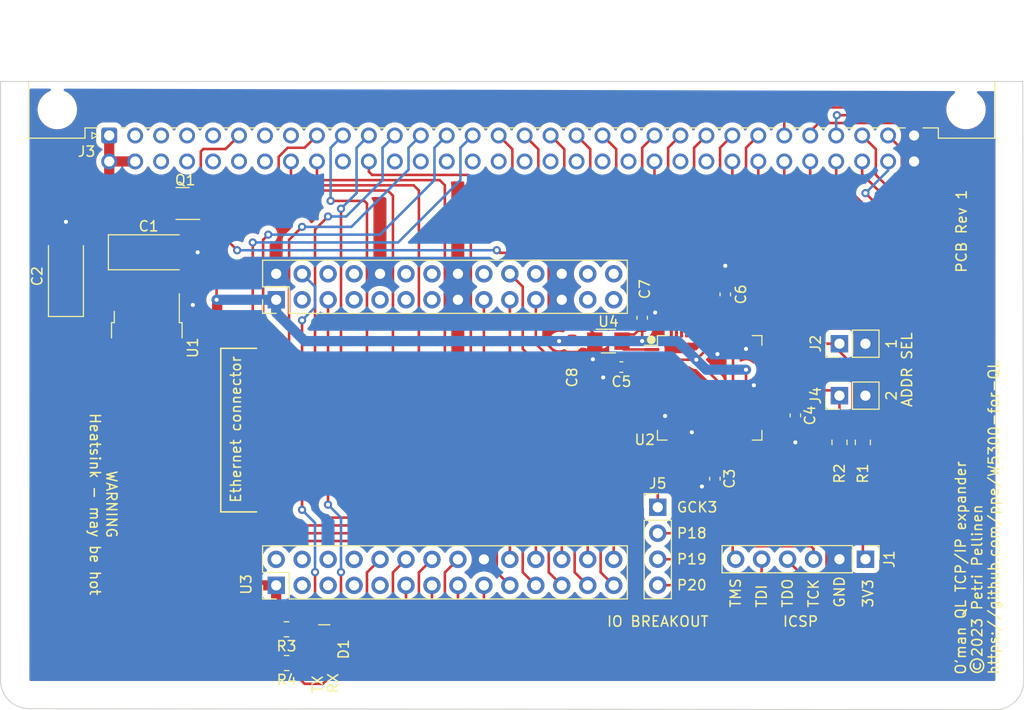
<source format=kicad_pcb>
(kicad_pcb (version 20211014) (generator pcbnew)
  (layers (0 "F.Cu" signal) (31 "B.Cu" signal) (34 "B.Paste" user) (35 "F.Paste" user) (36 "B.SilkS" user "B.Silkscreen") (37 "F.SilkS" user "F.Silkscreen") (38 "B.Mask" user) (39 "F.Mask" user) (44 "Edge.Cuts" user))
  (net 0 "")
  (net 1 "+3V3")
  (net 2 "GND")
  (net 5 "Net-(C1-Pad1)")
  (net 9 "Net-(J2-Pad1)")
  (net 10 "Net-(J4-Pad1)")
  (net 26 "Net-(J3-Pada2)")
  (net 27 "Net-(J3-Pada3)")
  (net 28 "Net-(J3-Pada4)")
  (net 29 "Net-(J3-Pada5)")
  (net 30 "Net-(J3-Pada6)")
  (net 31 "Net-(J3-Padb2)")
  (net 32 "Net-(J3-Padb3)")
  (net 33 "Net-(J3-Padb4)")
  (net 44 "Net-(J3-Pada18)")
  (net 45 "Net-(J3-Pada19)")
  (net 46 "Net-(J3-Pada20)")
  (net 47 "Net-(J3-Pada21)")
  (net 48 "Net-(J3-Pada22)")
  (net 49 "Net-(J3-Pada23)")
  (net 50 "Net-(J3-Pada24)")
  (net 51 "Net-(J3-Padb22)")
  (net 52 "Net-(J3-Padb24)")
  (net 53 "Net-(J3-Padb25)")
  (net 54 "/A19")
  (net 55 "/A18")
  (net 56 "/A17")
  (net 57 "/A16")
  (net 58 "/A14")
  (net 59 "/A13")
  (net 60 "/A12")
  (net 61 "/A11")
  (net 62 "/A10")
  (net 63 "/A15")
  (net 66 "/DSMCL")
  (net 67 "/DSL")
  (net 68 "/RDWL")
  (net 69 "/DTACKL")
  (net 70 "/DSMCL_CTL")
  (net 71 "/{slash}CS")
  (net 72 "/{slash}RESET")
  (net 73 "/{slash}WR")
  (net 74 "/{slash}RD")
  (net 76 "/TCK")
  (net 77 "/TDO")
  (net 78 "/TDI")
  (net 79 "/TMS")
  (net 80 "/GCK3")
  (net 81 "/P18")
  (net 87 "/CLKCPU")
  (net 88 "/P19")
  (net 89 "/P20")
  (net 90 "/ASL")
  (net 91 "/DSMCL_O")
  (net 92 "/TX")
  (net 93 "/RX")
  (net 94 "Net-(D1-Pad1)")
  (net 95 "Net-(D1-Pad4)")
  (footprint "Resistor_SMD:R_0805_2012Metric_Pad1.20x1.40mm_HandSolder" (layer "F.Cu") (at 128.778 91.948 -90)
    (fp_text reference "R2")
    (fp_text value "10k")
  )
  (footprint "Resistor_SMD:R_0805_2012Metric_Pad1.20x1.40mm_HandSolder" (layer "F.Cu") (at 74.692 113.538 180)
    (fp_text reference "R4")
    (fp_text value "330")
  )
  (footprint "Capacitor_SMD:C_0603_1608Metric_Pad1.08x0.95mm_HandSolder" (layer "F.Cu") (at 117.602 77.47 90)
    (fp_text reference "C6")
    (fp_text value "0.1uF")
  )
  (footprint "ppe:NCP1117 TO-252-2" (layer "F.Cu") (at 61.0108 82.7024 -90)
    (fp_text reference "U1")
    (fp_text value "NCP1117-3.3_TO252")
  )
  (footprint "Connector_PinHeader_2.54mm:PinHeader_1x06_P2.54mm_Vertical" (layer "F.Cu") (at 131.318 103.378 -90)
    (fp_text reference "J1")
    (fp_text value "ICSP")
  )
  (footprint "Resistor_SMD:R_0805_2012Metric_Pad1.20x1.40mm_HandSolder" (layer "F.Cu") (at 74.676 110.236 180)
    (fp_text reference "R3")
    (fp_text value "330")
  )
  (footprint "Connector_PinHeader_2.54mm:PinHeader_1x02_P2.54mm_Vertical" (layer "F.Cu") (at 128.773 87.376 90)
    (fp_text reference "J4")
    (fp_text value "AddrSel_2")
  )
  (footprint "Capacitor_Tantalum_SMD:CP_EIA-6032-20_AVX-F_Pad2.25x2.35mm_HandSolder" (layer "F.Cu") (at 61.1886 73.3552)
    (fp_text reference "C1")
    (fp_text value "10uF")
  )
  (footprint "Package_QFP:TQFP-64_10x10mm_P0.5mm" (layer "F.Cu") (at 116.078 86.614)
    (fp_text reference "U2")
    (fp_text value "XC9572XL-VQ64")
  )
  (footprint "Connector_PinHeader_2.54mm:PinHeader_1x02_P2.54mm_Vertical" (layer "F.Cu") (at 128.773 82.296 90)
    (fp_text reference "J2")
    (fp_text value "AddrSel_1")
  )
  (footprint "ppe:DIN41612_B_2x32_Female_Horizontal_THT" (layer "F.Cu") (at 57.335 61.927)
    (fp_text reference "J3")
    (fp_text value "Expansion_connector")
  )
  (footprint "Connector_PinHeader_2.54mm:PinHeader_1x04_P2.54mm_Vertical" (layer "F.Cu") (at 110.998 98.298)
    (fp_text reference "J5")
    (fp_text value "IO breakout")
  )
  (footprint "Capacitor_SMD:C_0603_1608Metric_Pad1.08x0.95mm_HandSolder" (layer "F.Cu") (at 116.586 95.504 -90)
    (fp_text reference "C3")
    (fp_text value "0.1uF")
  )
  (footprint "Capacitor_SMD:C_0603_1608Metric_Pad1.08x0.95mm_HandSolder" (layer "F.Cu") (at 102.616 82.804 -90)
    (fp_text reference "C8")
    (fp_text value "0.1uF")
  )
  (footprint "Capacitor_Tantalum_SMD:CP_EIA-6032-20_AVX-F_Pad2.25x2.35mm_HandSolder" (layer "F.Cu") (at 53.1 75.7 90)
    (fp_text reference "C2")
    (fp_text value "10uF")
  )
  (footprint "Capacitor_SMD:C_0603_1608Metric_Pad1.08x0.95mm_HandSolder" (layer "F.Cu") (at 124.46 89.3075 -90)
    (fp_text reference "C4")
    (fp_text value "0.1uF")
  )
  (footprint "Capacitor_SMD:C_0603_1608Metric_Pad1.08x0.95mm_HandSolder" (layer "F.Cu") (at 107.442 84.582 180)
    (fp_text reference "C5")
    (fp_text value "0.1uF")
  )
  (footprint "Package_TO_SOT_SMD:SOT-353_SC-70-5_Handsoldering" (layer "F.Cu") (at 106.172 82.042)
    (fp_text reference "U4")
    (fp_text value "2N7001T")
  )
  (footprint "Package_TO_SOT_SMD:SOT-23" (layer "F.Cu") (at 64.516 68.58 180)
    (fp_text reference "Q1")
    (fp_text value "MMBT2369")
  )
  (footprint "ppe:LED_Dual_BG_2.0x1.25_Kingbright" (layer "F.Cu") (at 76.524 112.194 90)
    (fp_text reference "D1")
    (fp_text value "BlueGreen_LED")
  )
  (footprint "Resistor_SMD:R_0805_2012Metric_Pad1.20x1.40mm_HandSolder" (layer "F.Cu") (at 131.064 91.948 90)
    (fp_text reference "R1")
    (fp_text value "10k")
  )
  (footprint "ppe:WIZ830MJ" (layer "F.Cu") (at 73.67 105.938 90)
    (fp_text reference "U3")
    (fp_text value "WIZ830MJ")
  )
  (footprint "Capacitor_SMD:C_0603_1608Metric_Pad1.08x0.95mm_HandSolder" (layer "F.Cu") (at 109.474 79.756 90)
    (fp_text reference "C7")
    (fp_text value "0.1uF")
  )
  (gr_circle (center 110.363 81.915) (end 110.716553 81.915) (layer "F.SilkS") (width 0.15) (fill solid))
  (gr_line (start 68.25 82.75) (end 71.75 82.75) (layer "F.SilkS") (width 0.15))
  (gr_line (start 71.75 98.75) (end 68.25 98.75) (layer "F.SilkS") (width 0.15))
  (gr_line (start 68.25 98.75) (end 68.25 82.75) (layer "F.SilkS") (width 0.15))
  (gr_line (start 146.7 56.642) (end 46.7 56.642) (layer "Edge.Cuts") (width 0.1))
  (gr_arc (start 49.600062 118.001752) (mid 47.590232 117.251764) (end 46.7 115.3) (layer "Edge.Cuts") (width 0.1))
  (gr_arc (start 146.8 115.2) (mid 146.050012 117.20983) (end 144.098248 118.100062) (layer "Edge.Cuts") (width 0.1))
  (gr_line (start 46.7 56.642) (end 46.7 115.3) (layer "Edge.Cuts") (width 0.1))
  (gr_line (start 49.600062 118.001752) (end 144.098248 118.100062) (layer "Edge.Cuts") (width 0.1))
  (gr_line (start 146.7 56.642) (end 146.8 115.2) (layer "Edge.Cuts") (width 0.1))
  (gr_text "TCK" (at 126.238 108.204 90) (layer "F.SilkS") (effects (font (size 1 1)) (justify left)))
  (gr_text "1" (at 133.858 82.296 90) (layer "F.SilkS") (effects (font (size 1 1))))
  (gr_text "TX" (at 77.724 116.586 90) (layer "F.SilkS") (effects (font (size 1 1)) (justify left)))
  (gr_text "P19" (at 112.776 103.378) (layer "F.SilkS") (effects (font (size 1 1)) (justify left)))
  (gr_text "GCK3" (at 112.776 98.298) (layer "F.SilkS") (effects (font (size 1 1)) (justify left)))
  (gr_text "2" (at 133.858 87.376 90) (layer "F.SilkS") (effects (font (size 1 1))))
  (gr_text "ADDR SEL" (at 135.382 84.836 90) (layer "F.SilkS") (effects (font (size 1 1))))
  (gr_text "O'man QL TCP/IP expander\n©2023 Petri Pellinen\nhttps://github.com/ppe/W5300-for-QL" (at 142.25 114.75 90) (layer "F.SilkS") (effects (font (size 1 1)) (justify left)))
  (gr_text "PCB Rev 1" (at 140.716 75.438 90) (layer "F.SilkS") (effects (font (size 1 1)) (justify left)))
  (gr_text "WARNING\nHeatsink - may be hot" (at 56.75 98 270) (layer "F.SilkS") (effects (font (size 1 1))))
  (gr_text "GND" (at 128.778 108.204 90) (layer "F.SilkS") (effects (font (size 1 1)) (justify left)))
  (gr_text "TMS" (at 118.618 108.204 90) (layer "F.SilkS") (effects (font (size 1 1)) (justify left)))
  (gr_text "TDO" (at 123.698 108.204 90) (layer "F.SilkS") (effects (font (size 1 1)) (justify left)))
  (gr_text "P18" (at 112.776 100.838) (layer "F.SilkS") (effects (font (size 1 1)) (justify left)))
  (gr_text "P20" (at 112.776 105.918) (layer "F.SilkS") (effects (font (size 1 1)) (justify left)))
  (gr_text "Ethernet connector" (at 69.723 90.678 90) (layer "F.SilkS") (effects (font (size 1 1))))
  (gr_text "3V3" (at 131.572 108.204 90) (layer "F.SilkS") (effects (font (size 1 1)) (justify left)))
  (gr_text "TDI" (at 121.158 108.204 90) (layer "F.SilkS") (effects (font (size 1 1)) (justify left)))
  (gr_text "ICSP" (at 124.968 109.474) (layer "F.SilkS") (effects (font (size 1 1))))
  (gr_text "IO BREAKOUT" (at 110.998 109.474) (layer "F.SilkS") (effects (font (size 1 1))))
  (gr_text "RX" (at 79.248 116.586 90) (layer "F.SilkS") (effects (font (size 1 1)) (justify left)))
  (segment (start 116.828 80.9515) (end 116.828 81.8) (width 0.25) (layer "F.Cu") (net 1))
  (segment (start 73.676 113.522) (end 73.692 113.538) (width 1) (layer "F.Cu") (net 1))
  (segment (start 61.0108 104.4448) (end 61.0108 84.8024) (width 1) (layer "F.Cu") (net 1))
  (segment (start 116.828 85.928) (end 114.764 83.864) (width 0.25) (layer "F.Cu") (net 1))
  (segment (start 125.984 88.9) (end 125.984 92.964) (width 0.25) (layer "F.Cu") (net 1))
  (segment (start 110.4155 83.864) (end 109.0225 83.864) (width 0.25) (layer "F.Cu") (net 1))
  (segment (start 116.828 94.3995) (end 116.586 94.6415) (width 0.25) (layer "F.Cu") (net 1))
  (segment (start 104.842 82.042) (end 102.7165 82.042) (width 0.25) (layer "F.Cu") (net 1))
  (segment (start 109.474 80.6185) (end 109.474 82.042) (width 0.25) (layer "F.Cu") (net 1))
  (segment (start 131.064 103.124) (end 131.318 103.378) (width 0.25) (layer "F.Cu") (net 1))
  (segment (start 73.676 110.236) (end 73.676 113.522) (width 1) (layer "F.Cu") (net 1))
  (segment (start 102.616 81.9415) (end 102.5155 82.042) (width 0.25) (layer "F.Cu") (net 1))
  (segment (start 108.7005 81.392) (end 107.502 81.392) (width 0.25) (layer "F.Cu") (net 1))
  (segment (start 124.379 88.364) (end 121.7405 88.364) (width 0.25) (layer "F.Cu") (net 1))
  (segment (start 67.8965 82.9795) (end 67.8965 78.0565) (width 1) (layer "F.Cu") (net 1))
  (segment (start 67.8965 82.9795) (end 66.0736 84.8024) (width 1) (layer "F.Cu") (net 1))
  (segment (start 131.064 92.948) (end 131.064 103.124) (width 0.25) (layer "F.Cu") (net 1))
  (segment (start 109.0225 83.864) (end 108.3045 84.582) (width 0.25) (layer "F.Cu") (net 1))
  (segment (start 64.282 71.14) (end 65.9195 71.14) (width 0.25) (layer "F.Cu") (net 1))
  (segment (start 116.828 79.768) (end 116.828 80.9515) (width 0.25) (layer "F.Cu") (net 1))
  (segment (start 121.7405 88.364) (end 120.114 88.364) (width 0.25) (layer "F.Cu") (net 1))
  (segment (start 62.504 105.938) (end 61.0108 104.4448) (width 1) (layer "F.Cu") (net 1))
  (segment (start 114.764 83.864) (end 116.828 81.8) (width 0.25) (layer "F.Cu") (net 1))
  (segment (start 119.634 87.884) (end 119.634 84.836) (width 0.25) (layer "F.Cu") (net 1))
  (segment (start 126 92.948) (end 125.984 92.964) (width 0.25) (layer "F.Cu") (net 1))
  (segment (start 56.8024 84.8024) (end 61.0108 84.8024) (width 1) (layer "F.Cu") (net 1))
  (segment (start 73.67 105.938) (end 62.504 105.938) (width 1) (layer "F.Cu") (net 1))
  (segment (start 131.064 92.948) (end 128.778 92.948) (width 0.25) (layer "F.Cu") (net 1))
  (segment (start 53.1 81.1) (end 56.8024 84.8024) (width 1) (layer "F.Cu") (net 1))
  (segment (start 110.4155 83.864) (end 114.764 83.864) (width 0.25) (layer "F.Cu") (net 1))
  (segment (start 116.828 92.2765) (end 116.828 94.3995) (width 0.25) (layer "F.Cu") (net 1))
  (segment (start 117.602 78.3325) (end 117.602 78.994) (width 0.25) (layer "F.Cu") (net 1))
  (segment (start 102.7165 82.042) (end 102.616 81.9415) (width 0.25) (layer "F.Cu") (net 1))
  (segment (start 116.828 92.2765) (end 116.828 85.928) (width 0.25) (layer "F.Cu") (net 1))
  (segment (start 120.114 88.364) (end 119.634 87.884) (width 0.25) (layer "F.Cu") (net 1))
  (segment (start 73.67 110.23) (end 73.676 110.236) (width 1) (layer "F.Cu") (net 1))
  (segment (start 65.9195 71.14) (end 67.838 73.0585) (width 0.25) (layer "F.Cu") (net 1))
  (segment (start 66.0736 84.8024) (end 61.0108 84.8024) (width 1) (layer "F.Cu") (net 1))
  (segment (start 102.5155 82.042) (end 101.346 82.042) (width 0.25) (layer "F.Cu") (net 1))
  (segment (start 63.5785 70.4365) (end 64.282 71.14) (width 0.25) (layer "F.Cu") (net 1))
  (segment (start 128.778 92.948) (end 126 92.948) (width 0.25) (layer "F.Cu") (net 1))
  (segment (start 124.46 88.445) (end 125.529 88.445) (width 0.25) (layer "F.Cu") (net 1))
  (segment (start 125.529 88.445) (end 125.984 88.9) (width 0.25) (layer "F.Cu") (net 1))
  (segment (start 124.46 88.445) (end 124.379 88.364) (width 0.25) (layer "F.Cu") (net 1))
  (segment (start 117.602 78.994) (end 116.828 79.768) (width 0.25) (layer "F.Cu") (net 1))
  (segment (start 67.8965 78.0565) (end 67.838 77.998) (width 1) (layer "F.Cu") (net 1))
  (segment (start 109.474 80.6185) (end 108.7005 81.392) (width 0.25) (layer "F.Cu") (net 1))
  (segment (start 63.5785 68.58) (end 63.5785 70.4365) (width 0.25) (layer "F.Cu") (net 1))
  (segment (start 53.1 78.25) (end 53.1 81.1) (width 1) (layer "F.Cu") (net 1))
  (segment (start 73.67 105.938) (end 73.67 110.23) (width 1) (layer "F.Cu") (net 1))
  (segment (start 67.838 73.0585) (end 67.838 77.998) (width 0.25) (layer "F.Cu") (net 1))
  (via (at 114.764 83.864) (size 0.8) (drill 0.4) (layers "F.Cu" "B.Cu") (net 1))
  (via (at 119.634 84.836) (size 0.8) (drill 0.4) (layers "F.Cu" "B.Cu") (net 1))
  (via (at 101.346 82.042) (size 0.8) (drill 0.4) (layers "F.Cu" "B.Cu") (net 1))
  (via (at 67.838 77.998) (size 0.8) (drill 0.4) (layers "F.Cu" "B.Cu") (net 1))
  (via (at 109.474 82.042) (size 0.8) (drill 0.4) (layers "F.Cu" "B.Cu") (net 1))
  (segment (start 114.764 83.864) (end 115.736 84.836) (width 1) (layer "B.Cu") (net 1))
  (segment (start 73.67 77.998) (end 67.838 77.998) (width 1) (layer "B.Cu") (net 1))
  (segment (start 73.67 79.258) (end 76.454 82.042) (width 1) (layer "B.Cu") (net 1))
  (segment (start 115.736 84.836) (end 119.634 84.836) (width 1) (layer "B.Cu") (net 1))
  (segment (start 112.942 82.042) (end 114.764 83.864) (width 1) (layer "B.Cu") (net 1))
  (segment (start 76.454 82.042) (end 101.346 82.042) (width 1) (layer "B.Cu") (net 1))
  (segment (start 107.696 82.042) (end 112.942 82.042) (width 1) (layer "B.Cu") (net 1))
  (segment (start 73.67 77.998) (end 73.67 79.258) (width 1) (layer "B.Cu") (net 1))
  (segment (start 101.346 82.042) (end 107.696 82.042) (width 1) (layer "B.Cu") (net 1))
  (segment (start 104.648 82.886) (end 104.648 83.82) (width 0.25) (layer "F.Cu") (net 2))
  (segment (start 106.5795 84.582) (end 106.5795 84.6825) (width 0.25) (layer "F.Cu") (net 2))
  (segment (start 63.2908 78.5024) (end 65.5156 78.5024) (width 1) (layer "F.Cu") (net 2))
  (segment (start 110.4155 89.364) (end 111.716 89.364) (width 0.25) (layer "F.Cu") (net 2))
  (segment (start 106.5795 84.6825) (end 105.664 85.598) (width 0.25) (layer "F.Cu") (net 2))
  (segment (start 114.328 92.2765) (end 114.328 90.96) (width 0.25) (layer "F.Cu") (net 2))
  (segment (start 110.3895 78.8935) (end 110.744 79.248) (width 0.25) (layer "F.Cu") (net 2))
  (segment (start 116.586 96.3665) (end 115.4165 96.3665) (width 1) (layer "F.Cu") (net 2))
  (segment (start 109.474 78.8935) (end 110.3895 78.8935) (width 0.25) (layer "F.Cu") (net 2))
  (segment (start 115.4165 96.3665) (end 115.316 96.266) (width 1) (layer "F.Cu") (net 2))
  (segment (start 104.842 82.692) (end 104.648 82.886) (width 0.25) (layer "F.Cu") (net 2))
  (segment (start 124.46 90.17) (end 124.46 91.948) (width 1) (layer "F.Cu") (net 2))
  (segment (start 102.616 83.6665) (end 102.7695 83.82) (width 0.25) (layer "F.Cu") (net 2))
  (segment (start 117.328 82.824) (end 116.84 83.312) (width 0.25) (layer "F.Cu") (net 2))
  (segment (start 53.1 73.15) (end 53.1 70.372) (width 1) (layer "F.Cu") (net 2))
  (segment (start 63.7386 73.3552) (end 65.9892 73.3552) (width 1) (layer "F.Cu") (net 2))
  (segment (start 102.7695 83.82) (end 104.648 83.82) (width 0.25) (layer "F.Cu") (net 2))
  (segment (start 121.7405 86.364) (end 120.4 86.364) (width 0.25) (layer "F.Cu") (net 2))
  (segment (start 117.602 76.6075) (end 117.602 74.676) (width 1) (layer "F.Cu") (net 2))
  (segment (start 117.328 80.9515) (end 117.328 82.062) (width 0.25) (layer "F.Cu") (net 2))
  (segment (start 117.328 82.062) (end 117.328 82.824) (width 0.25) (layer "F.Cu") (net 2))
  (via (at 114.328 90.96) (size 0.8) (drill 0.4) (layers "F.Cu" "B.Cu") (net 2))
  (via (at 110.744 79.248) (size 0.8) (drill 0.4) (layers "F.Cu" "B.Cu") (net 2))
  (via (at 120.4 86.364) (size 0.8) (drill 0.4) (layers "F.Cu" "B.Cu") (net 2))
  (via (at 65.9892 73.3552) (size 0.8) (drill 0.4) (layers "F.Cu" "B.Cu") (net 2))
  (via (at 65.5156 78.5024) (size 0.8) (drill 0.4) (layers "F.Cu" "B.Cu") (net 2))
  (via (at 104.648 83.82) (size 0.8) (drill 0.4) (layers "F.Cu" "B.Cu") (net 2))
  (via (at 115.316 96.266) (size 0.8) (drill 0.4) (layers "F.Cu" "B.Cu") (net 2))
  (via (at 117.602 74.676) (size 0.8) (drill 0.4) (layers "F.Cu" "B.Cu") (net 2))
  (via (at 105.664 85.598) (size 0.8) (drill 0.4) (layers "F.Cu" "B.Cu") (net 2))
  (via (at 53.1 70.372) (size 0.8) (drill 0.4) (layers "F.Cu" "B.Cu") (net 2))
  (via (at 116.84 83.312) (size 0.8) (drill 0.4) (layers "F.Cu" "B.Cu") (net 2))
  (via (at 119.634 82.804) (size 0.8) (drill 0.4) (layers "F.Cu" "B.Cu") (net 2))
  (via (at 124.46 91.948) (size 0.8) (drill 0.4) (layers "F.Cu" "B.Cu") (net 2))
  (via (at 111.716 89.364) (size 0.8) (drill 0.4) (layers "F.Cu" "B.Cu") (net 2))
  (segment (start 59.875 64.467) (end 57.335 64.467) (width 1) (layer "F.Cu") (net 5))
  (segment (start 57.335 61.927) (end 57.335 64.467) (width 1) (layer "F.Cu") (net 5))
  (segment (start 58.6386 73.3552) (end 58.6386 78.4102) (width 1) (layer "F.Cu") (net 5))
  (segment (start 57.335 72.0516) (end 58.6386 73.3552) (width 1) (layer "F.Cu") (net 5))
  (segment (start 57.335 64.467) (end 57.335 72.0516) (width 1) (layer "F.Cu") (net 5))
  (segment (start 128.773 82.296) (end 128.773 83.053) (width 0.25) (layer "F.Cu") (net 9))
  (segment (start 127 84.582) (end 127 82.804) (width 0.25) (layer "F.Cu") (net 9))
  (segment (start 127 82.804) (end 127.508 82.296) (width 0.25) (layer "F.Cu") (net 9))
  (segment (start 130.048 88.662) (end 131.064 89.678) (width 0.25) (layer "F.Cu") (net 9))
  (segment (start 125.718 85.864) (end 127 84.582) (width 0.25) (layer "F.Cu") (net 9))
  (segment (start 130.048 84.328) (end 130.048 88.662) (width 0.25) (layer "F.Cu") (net 9))
  (segment (start 121.7405 85.864) (end 125.718 85.864) (width 0.25) (layer "F.Cu") (net 9))
  (segment (start 128.773 83.053) (end 130.048 84.328) (width 0.25) (layer "F.Cu") (net 9))
  (segment (start 127.508 82.296) (end 128.773 82.296) (width 0.25) (layer "F.Cu") (net 9))
  (segment (start 131.064 89.678) (end 131.064 90.948) (width 0.25) (layer "F.Cu") (net 9))
  (segment (start 128.773 90.943) (end 128.778 90.948) (width 0.25) (layer "F.Cu") (net 10))
  (segment (start 128.261 86.864) (end 128.773 87.376) (width 0.25) (layer "F.Cu") (net 10))
  (segment (start 128.773 87.376) (end 128.773 90.943) (width 0.25) (layer "F.Cu") (net 10))
  (segment (start 121.7405 86.864) (end 128.261 86.864) (width 0.25) (layer "F.Cu") (net 10))
  (segment (start 87.63 109.982) (end 87.63 104.678) (width 0.25) (layer "F.Cu") (net 26))
  (segment (start 135.382 111.506) (end 89.154 111.506) (width 0.25) (layer "F.Cu") (net 26))
  (segment (start 136.652 110.236) (end 135.382 111.506) (width 0.25) (layer "F.Cu") (net 26))
  (segment (start 87.63 104.678) (end 88.91 103.398) (width 0.25) (layer "F.Cu") (net 26))
  (segment (start 134.874 65.786) (end 136.652 67.564) (width 0.25) (layer "F.Cu") (net 26))
  (segment (start 134.874 63.266) (end 134.874 65.786) (width 0.25) (layer "F.Cu") (net 26))
  (segment (start 89.154 111.506) (end 87.63 109.982) (width 0.25) (layer "F.Cu") (net 26))
  (segment (start 136.652 67.564) (end 136.652 110.236) (width 0.25) (layer "F.Cu") (net 26))
  (segment (start 133.535 61.927) (end 134.874 63.266) (width 0.25) (layer "F.Cu") (net 26))
  (segment (start 132.334 65.786) (end 135.89 69.342) (width 0.25) (layer "F.Cu") (net 27))
  (segment (start 132.334 63.266) (end 132.334 65.786) (width 0.25) (layer "F.Cu") (net 27))
  (segment (start 130.995 61.927) (end 132.334 63.266) (width 0.25) (layer "F.Cu") (net 27))
  (segment (start 134.62 110.744) (end 90.17 110.744) (width 0.25) (layer "F.Cu") (net 27))
  (segment (start 90.17 110.744) (end 88.91 109.484) (width 0.25) (layer "F.Cu") (net 27))
  (segment (start 135.89 69.342) (end 135.89 109.474) (width 0.25) (layer "F.Cu") (net 27))
  (segment (start 135.89 109.474) (end 134.62 110.744) (width 0.25) (layer "F.Cu") (net 27))
  (segment (start 88.91 109.484) (end 88.91 105.938) (width 0.25) (layer "F.Cu") (net 27))
  (segment (start 128.524 59.944) (end 136.652 59.944) (width 0.25) (layer "F.Cu") (net 28))
  (segment (start 136.652 59.944) (end 138.176 61.468) (width 0.25) (layer "F.Cu") (net 28))
  (segment (start 138.176 111.76) (end 136.906 113.03) (width 0.25) (layer "F.Cu") (net 28))
  (segment (start 85.09 111.506) (end 85.09 104.678) (width 0.25) (layer "F.Cu") (net 28))
  (segment (start 138.176 61.468) (end 138.176 111.76) (width 0.25) (layer "F.Cu") (net 28))
  (segment (start 85.09 104.678) (end 86.37 103.398) (width 0.25) (layer "F.Cu") (net 28))
  (segment (start 136.906 113.03) (end 86.614 113.03) (width 0.25) (layer "F.Cu") (net 28))
  (segment (start 86.614 113.03) (end 85.09 111.506) (width 0.25) (layer "F.Cu") (net 28))
  (via (at 128.524 59.944) (size 0.8) (drill 0.4) (layers "F.Cu" "B.Cu") (net 28))
  (segment (start 128.455 60.013) (end 128.524 59.944) (width 0.25) (layer "B.Cu") (net 28))
  (segment (start 128.455 61.927) (end 128.455 60.013) (width 0.25) (layer "B.Cu") (net 28))
  (segment (start 137.414 61.468) (end 137.414 110.998) (width 0.25) (layer "F.Cu") (net 29))
  (segment (start 125.915 61.537) (end 126.746 60.706) (width 0.25) (layer "F.Cu") (net 29))
  (segment (start 137.414 110.998) (end 136.144 112.268) (width 0.25) (layer "F.Cu") (net 29))
  (segment (start 136.144 112.268) (end 87.884 112.268) (width 0.25) (layer "F.Cu") (net 29))
  (segment (start 87.884 112.268) (end 86.37 110.754) (width 0.25) (layer "F.Cu") (net 29))
  (segment (start 125.915 61.927) (end 125.915 61.537) (width 0.25) (layer "F.Cu") (net 29))
  (segment (start 136.652 60.706) (end 137.414 61.468) (width 0.25) (layer "F.Cu") (net 29))
  (segment (start 126.746 60.706) (end 136.652 60.706) (width 0.25) (layer "F.Cu") (net 29))
  (segment (start 86.37 110.754) (end 86.37 105.938) (width 0.25) (layer "F.Cu") (net 29))
  (segment (start 82.55 112.268) (end 82.55 104.678) (width 0.25) (layer "F.Cu") (net 30))
  (segment (start 136.652 59.182) (end 138.938 61.468) (width 0.25) (layer "F.Cu") (net 30))
  (segment (start 124.46 59.182) (end 136.652 59.182) (width 0.25) (layer "F.Cu") (net 30))
  (segment (start 82.55 104.678) (end 83.83 103.398) (width 0.25) (layer "F.Cu") (net 30))
  (segment (start 137.668 113.792) (end 84.074 113.792) (width 0.25) (layer "F.Cu") (net 30))
  (segment (start 138.938 112.522) (end 137.668 113.792) (width 0.25) (layer "F.Cu") (net 30))
  (segment (start 123.375 61.927) (end 123.375 60.267) (width 0.25) (layer "F.Cu") (net 30))
  (segment (start 84.074 113.792) (end 82.55 112.268) (width 0.25) (layer "F.Cu") (net 30))
  (segment (start 138.938 61.468) (end 138.938 112.522) (width 0.25) (layer "F.Cu") (net 30))
  (segment (start 123.375 60.267) (end 124.46 59.182) (width 0.25) (layer "F.Cu") (net 30))
  (segment (start 92.202 109.22) (end 91.45 108.468) (width 0.25) (layer "F.Cu") (net 31))
  (segment (start 134.366 107.95) (end 133.096 109.22) (width 0.25) (layer "F.Cu") (net 31))
  (segment (start 131.318 67.564) (end 134.366 70.612) (width 0.25) (layer "F.Cu") (net 31))
  (segment (start 134.366 70.612) (end 134.366 107.95) (width 0.25) (layer "F.Cu") (net 31))
  (segment (start 91.45 108.468) (end 91.45 105.938) (width 0.25) (layer "F.Cu") (net 31))
  (segment (start 133.096 109.22) (end 92.202 109.22) (width 0.25) (layer "F.Cu") (net 31))
  (via (at 131.318 67.564) (size 0.8) (drill 0.4) (layers "F.Cu" "B.Cu") (net 31))
  (segment (start 133.535 64.467) (end 133.535 65.347) (width 0.25) (layer "B.Cu") (net 31))
  (segment (start 133.535 65.347) (end 131.318 67.564) (width 0.25) (layer "B.Cu") (net 31))
  (segment (start 90.17 104.678) (end 91.45 103.398) (width 0.25) (layer "F.Cu") (net 32))
  (segment (start 130.995 64.467) (end 130.995 65.717) (width 0.25) (layer "F.Cu") (net 32))
  (segment (start 130.995 65.717) (end 135.128 69.85) (width 0.25) (layer "F.Cu") (net 32))
  (segment (start 135.128 69.85) (end 135.128 108.712) (width 0.25) (layer "F.Cu") (net 32))
  (segment (start 90.17 108.966) (end 90.17 104.678) (width 0.25) (layer "F.Cu") (net 32))
  (segment (start 133.858 109.982) (end 91.186 109.982) (width 0.25) (layer "F.Cu") (net 32))
  (segment (start 91.186 109.982) (end 90.17 108.966) (width 0.25) (layer "F.Cu") (net 32))
  (segment (start 135.128 108.712) (end 133.858 109.982) (width 0.25) (layer "F.Cu") (net 32))
  (segment (start 133.604 71.12) (end 133.604 107.188) (width 0.25) (layer "F.Cu") (net 33))
  (segment (start 128.455 65.971) (end 133.604 71.12) (width 0.25) (layer "F.Cu") (net 33))
  (segment (start 94.742 108.458) (end 93.99 107.706) (width 0.25) (layer "F.Cu") (net 33))
  (segment (start 128.455 64.467) (end 128.455 65.971) (width 0.25) (layer "F.Cu") (net 33))
  (segment (start 93.99 107.706) (end 93.99 105.938) (width 0.25) (layer "F.Cu") (net 33))
  (segment (start 133.604 107.188) (end 132.334 108.458) (width 0.25) (layer "F.Cu") (net 33))
  (segment (start 132.334 108.458) (end 94.742 108.458) (width 0.25) (layer "F.Cu") (net 33))
  (segment (start 95.25 104.658) (end 96.53 105.938) (width 0.25) (layer "F.Cu") (net 44))
  (segment (start 71.374 100.838) (end 72.136 101.6) (width 0.25) (layer "F.Cu") (net 44))
  (segment (start 72.136 101.6) (end 94.488 101.6) (width 0.25) (layer "F.Cu") (net 44))
  (segment (start 94.488 101.6) (end 95.25 102.362) (width 0.25) (layer "F.Cu") (net 44))
  (segment (start 95.25 102.362) (end 95.25 104.658) (width 0.25) (layer "F.Cu") (net 44))
  (segment (start 71.374 72.39) (end 71.374 100.838) (width 0.25) (layer "F.Cu") (net 44))
  (via (at 71.374 72.39) (size 0.8) (drill 0.4) (layers "F.Cu" "B.Cu") (net 44))
  (segment (start 85.598 72.39) (end 71.374 72.39) (width 0.25) (layer "B.Cu") (net 44))
  (segment (start 91.694 63.128) (end 91.694 66.294) (width 0.25) (layer "B.Cu") (net 44))
  (segment (start 91.694 66.294) (end 85.598 72.39) (width 0.25) (layer "B.Cu") (net 44))
  (segment (start 92.895 61.927) (end 91.694 63.128) (width 0.25) (layer "B.Cu") (net 44))
  (segment (start 96.53 101.864) (end 95.504 100.838) (width 0.25) (layer "F.Cu") (net 45))
  (segment (start 72.39 72.136) (end 72.898 71.628) (width 0.25) (layer "F.Cu") (net 45))
  (segment (start 72.39 99.822) (end 72.39 72.136) (width 0.25) (layer "F.Cu") (net 45))
  (segment (start 96.53 103.398) (end 96.53 101.864) (width 0.25) (layer "F.Cu") (net 45))
  (segment (start 73.406 100.838) (end 72.39 99.822) (width 0.25) (layer "F.Cu") (net 45))
  (segment (start 95.504 100.838) (end 73.406 100.838) (width 0.25) (layer "F.Cu") (net 45))
  (via (at 72.898 71.628) (size 0.8) (drill 0.4) (layers "F.Cu" "B.Cu") (net 45))
  (segment (start 89.154 66.294) (end 83.82 71.628) (width 0.25) (layer "B.Cu") (net 45))
  (segment (start 83.82 71.628) (end 72.898 71.628) (width 0.25) (layer "B.Cu") (net 45))
  (segment (start 90.355 61.927) (end 89.154 63.128) (width 0.25) (layer "B.Cu") (net 45))
  (segment (start 89.154 63.128) (end 89.154 66.294) (width 0.25) (layer "B.Cu") (net 45))
  (segment (start 96.774 100.076) (end 75.946 100.076) (width 0.25) (layer "F.Cu") (net 46))
  (segment (start 97.79 101.092) (end 96.774 100.076) (width 0.25) (layer "F.Cu") (net 46))
  (segment (start 97.79 104.658) (end 99.07 105.938) (width 0.25) (layer "F.Cu") (net 46))
  (segment (start 97.79 104.658) (end 97.79 101.092) (width 0.25) (layer "F.Cu") (net 46))
  (segment (start 76.2 70.866) (end 74.93 72.136) (width 0.25) (layer "F.Cu") (net 46))
  (segment (start 74.93 99.06) (end 74.93 72.136) (width 0.25) (layer "F.Cu") (net 46))
  (segment (start 75.946 100.076) (end 74.93 99.06) (width 0.25) (layer "F.Cu") (net 46))
  (via (at 76.2 70.866) (size 0.8) (drill 0.4) (layers "F.Cu" "B.Cu") (net 46))
  (segment (start 86.614 63.128) (end 86.614 65.278) (width 0.25) (layer "B.Cu") (net 46))
  (segment (start 86.614 65.278) (end 81.026 70.866) (width 0.25) (layer "B.Cu") (net 46))
  (segment (start 87.815 61.927) (end 86.614 63.128) (width 0.25) (layer "B.Cu") (net 46))
  (segment (start 81.026 70.866) (end 76.2 70.866) (width 0.25) (layer "B.Cu") (net 46))
  (segment (start 99.07 100.34) (end 99.07 103.398) (width 0.25) (layer "F.Cu") (net 47))
  (segment (start 78.74 69.85) (end 77.47 71.12) (width 0.25) (layer "F.Cu") (net 47))
  (segment (start 78.486 99.314) (end 77.47 98.298) (width 0.25) (layer "F.Cu") (net 47))
  (segment (start 98.044 99.314) (end 78.486 99.314) (width 0.25) (layer "F.Cu") (net 47))
  (segment (start 77.47 98.298) (end 77.47 71.12) (width 0.25) (layer "F.Cu") (net 47))
  (segment (start 99.07 100.34) (end 98.044 99.314) (width 0.25) (layer "F.Cu") (net 47))
  (via (at 78.74 69.85) (size 0.8) (drill 0.4) (layers "F.Cu" "B.Cu") (net 47))
  (segment (start 84.074 63.128) (end 84.074 66.294) (width 0.25) (layer "B.Cu") (net 47))
  (segment (start 85.275 61.927) (end 84.074 63.128) (width 0.25) (layer "B.Cu") (net 47))
  (segment (start 84.074 66.294) (end 80.518 69.85) (width 0.25) (layer "B.Cu") (net 47))
  (segment (start 80.518 69.85) (end 78.74 69.85) (width 0.25) (layer "B.Cu") (net 47))
  (segment (start 100.33 104.658) (end 100.33 99.568) (width 0.25) (layer "F.Cu") (net 48))
  (segment (start 99.314 98.552) (end 81.026 98.552) (width 0.25) (layer "F.Cu") (net 48))
  (segment (start 81.026 98.552) (end 80.01 97.536) (width 0.25) (layer "F.Cu") (net 48))
  (segment (start 80.01 97.536) (end 80.01 69.088) (width 0.25) (layer "F.Cu") (net 48))
  (segment (start 100.33 99.568) (end 99.314 98.552) (width 0.25) (layer "F.Cu") (net 48))
  (segment (start 101.61 105.938) (end 100.33 104.658) (width 0.25) (layer "F.Cu") (net 48))
  (via (at 80.01 69.088) (size 0.8) (drill 0.4) (layers "F.Cu" "B.Cu") (net 48))
  (segment (start 81.534 63.128) (end 81.534 67.31) (width 0.25) (layer "B.Cu") (net 48))
  (segment (start 82.735 61.927) (end 81.534 63.128) (width 0.25) (layer "B.Cu") (net 48))
  (segment (start 81.534 67.31) (end 81.534 67.564) (width 0.25) (layer "B.Cu") (net 48))
  (segment (start 81.534 67.564) (end 80.01 69.088) (width 0.25) (layer "B.Cu") (net 48))
  (segment (start 82.55 68.58) (end 82.296 68.326) (width 0.25) (layer "F.Cu") (net 49))
  (segment (start 83.566 97.79) (end 82.55 96.774) (width 0.25) (layer "F.Cu") (net 49))
  (segment (start 101.61 103.398) (end 101.61 98.816) (width 0.25) (layer "F.Cu") (net 49))
  (segment (start 82.296 68.326) (end 78.994 68.326) (width 0.25) (layer "F.Cu") (net 49))
  (segment (start 101.61 98.816) (end 100.584 97.79) (width 0.25) (layer "F.Cu") (net 49))
  (segment (start 82.55 96.774) (end 82.55 68.58) (width 0.25) (layer "F.Cu") (net 49))
  (segment (start 100.584 97.79) (end 83.566 97.79) (width 0.25) (layer "F.Cu") (net 49))
  (via (at 78.994 68.326) (size 0.8) (drill 0.4) (layers "F.Cu" "B.Cu") (net 49))
  (segment (start 80.195 61.927) (end 78.994 63.128) (width 0.25) (layer "B.Cu") (net 49))
  (segment (start 78.994 63.128) (end 78.994 68.326) (width 0.25) (layer "B.Cu") (net 49))
  (segment (start 104.15 105.938) (end 102.87 104.658) (width 0.25) (layer "F.Cu") (net 50))
  (segment (start 74.422 67.31) (end 73.914 66.802) (width 0.25) (layer "F.Cu") (net 50))
  (segment (start 102.87 98.044) (end 101.854 97.028) (width 0.25) (layer "F.Cu") (net 50))
  (segment (start 73.914 66.802) (end 73.914 64.008) (width 0.25) (layer "F.Cu") (net 50))
  (segment (start 74.794 63.128) (end 76.454 63.128) (width 0.25) (layer "F.Cu") (net 50))
  (segment (start 84.582 67.31) (end 74.422 67.31) (width 0.25) (layer "F.Cu") (net 50))
  (segment (start 73.914 64.008) (end 74.794 63.128) (width 0.25) (layer "F.Cu") (net 50))
  (segment (start 85.09 67.818) (end 84.582 67.31) (width 0.25) (layer "F.Cu") (net 50))
  (segment (start 76.454 63.128) (end 77.655 61.927) (width 0.25) (layer "F.Cu") (net 50))
  (segment (start 102.87 104.658) (end 102.87 98.044) (width 0.25) (layer "F.Cu") (net 50))
  (segment (start 85.09 96.012) (end 85.09 67.818) (width 0.25) (layer "F.Cu") (net 50))
  (segment (start 101.854 97.028) (end 86.106 97.028) (width 0.25) (layer "F.Cu") (net 50))
  (segment (start 86.106 97.028) (end 85.09 96.012) (width 0.25) (layer "F.Cu") (net 50))
  (segment (start 106.69 95.768) (end 105.664 94.742) (width 0.25) (layer "F.Cu") (net 51))
  (segment (start 106.69 103.398) (end 106.69 95.768) (width 0.25) (layer "F.Cu") (net 51))
  (segment (start 92.71 66.04) (end 92.456 65.786) (width 0.25) (layer "F.Cu") (net 51))
  (segment (start 92.456 65.786) (end 83.058 65.786) (width 0.25) (layer "F.Cu") (net 51))
  (segment (start 92.71 93.726) (end 92.71 66.04) (width 0.25) (layer "F.Cu") (net 51))
  (segment (start 93.726 94.742) (end 92.71 93.726) (width 0.25) (layer "F.Cu") (net 51))
  (segment (start 82.735 65.463) (end 82.735 64.467) (width 0.25) (layer "F.Cu") (net 51))
  (segment (start 83.058 65.786) (end 82.735 65.463) (width 0.25) (layer "F.Cu") (net 51))
  (segment (start 105.664 94.742) (end 93.726 94.742) (width 0.25) (layer "F.Cu") (net 51))
  (segment (start 77.655 65.971) (end 77.655 64.467) (width 0.25) (layer "F.Cu") (net 52))
  (segment (start 105.41 104.658) (end 105.41 96.52) (width 0.25) (layer "F.Cu") (net 52))
  (segment (start 106.69 105.938) (end 105.41 104.658) (width 0.25) (layer "F.Cu") (net 52))
  (segment (start 105.41 96.52) (end 104.394 95.504) (width 0.25) (layer "F.Cu") (net 52))
  (segment (start 91.186 95.504) (end 90.17 94.488) (width 0.25) (layer "F.Cu") (net 52))
  (segment (start 89.662 66.294) (end 77.978 66.294) (width 0.25) (layer "F.Cu") (net 52))
  (segment (start 90.17 66.802) (end 89.662 66.294) (width 0.25) (layer "F.Cu") (net 52))
  (segment (start 77.978 66.294) (end 77.655 65.971) (width 0.25) (layer "F.Cu") (net 52))
  (segment (start 90.17 94.488) (end 90.17 66.802) (width 0.25) (layer "F.Cu") (net 52))
  (segment (start 104.394 95.504) (end 91.186 95.504) (width 0.25) (layer "F.Cu") (net 52))
  (segment (start 103.124 96.266) (end 88.646 96.266) (width 0.25) (layer "F.Cu") (net 53))
  (segment (start 104.15 103.398) (end 104.15 97.292) (width 0.25) (layer "F.Cu") (net 53))
  (segment (start 104.15 97.292) (end 103.124 96.266) (width 0.25) (layer "F.Cu") (net 53))
  (segment (start 75.438 66.802) (end 75.115 66.479) (width 0.25) (layer "F.Cu") (net 53))
  (segment (start 75.115 66.479) (end 75.115 64.467) (width 0.25) (layer "F.Cu") (net 53))
  (segment (start 88.646 96.266) (end 87.63 95.25) (width 0.25) (layer "F.Cu") (net 53))
  (segment (start 87.63 95.25) (end 87.63 67.31) (width 0.25) (layer "F.Cu") (net 53))
  (segment (start 87.63 67.31) (end 87.122 66.802) (width 0.25) (layer "F.Cu") (net 53))
  (segment (start 87.122 66.802) (end 75.438 66.802) (width 0.25) (layer "F.Cu") (net 53))
  (segment (start 123.444 82.804) (end 122.884 83.364) (width 0.25) (layer "F.Cu") (net 54))
  (segment (start 119.634 66.802) (end 123.444 70.612) (width 0.25) (layer "F.Cu") (net 54))
  (segment (start 123.444 70.612) (end 123.444 82.804) (width 0.25) (layer "F.Cu") (net 54))
  (segment (start 122.884 83.364) (end 121.7405 83.364) (width 0.25) (layer "F.Cu") (net 54))
  (segment (start 119.634 63.128) (end 119.634 66.802) (width 0.25) (layer "F.Cu") (net 54))
  (segment (start 120.835 61.927) (end 119.634 63.128) (width 0.25) (layer "F.Cu") (net 54))
  (segment (start 119.828 69.536) (end 119.828 80.9515) (width 0.25) (layer "F.Cu") (net 55))
  (segment (start 117.094 63.128) (end 117.094 66.802) (width 0.25) (layer "F.Cu") (net 55))
  (segment (start 118.295 61.927) (end 117.094 63.128) (width 0.25) (layer "F.Cu") (net 55))
  (segment (start 117.094 66.802) (end 119.828 69.536) (width 0.25) (layer "F.Cu") (net 55))
  (segment (start 119.328 71.576) (end 119.328 80.9515) (width 0.25) (layer "F.Cu") (net 56))
  (segment (start 115.755 61.927) (end 114.554 63.128) (width 0.25) (layer "F.Cu") (net 56))
  (segment (start 114.554 66.802) (end 119.328 71.576) (width 0.25) (layer "F.Cu") (net 56))
  (segment (start 114.554 63.128) (end 114.554 66.802) (width 0.25) (layer "F.Cu") (net 56))
  (segment (start 115.062 69.85) (end 115.062 72.39) (width 0.25) (layer "F.Cu") (net 57))
  (segment (start 113.215 61.927) (end 112.014 63.128) (width 0.25) (layer "F.Cu") (net 57))
  (segment (start 112.014 66.802) (end 115.062 69.85) (width 0.25) (layer "F.Cu") (net 57))
  (segment (start 115.062 72.39) (end 116.328 73.656) (width 0.25) (layer "F.Cu") (net 57))
  (segment (start 116.328 73.656) (end 116.328 80.9515) (width 0.25) (layer "F.Cu") (net 57))
  (segment (start 112.014 63.128) (end 112.014 66.802) (width 0.25) (layer "F.Cu") (net 57))
  (segment (start 114.808 75.946) (end 112.776 73.914) (width 0.25) (layer "F.Cu") (net 58))
  (segment (start 106.934 65.532) (end 106.934 63.266) (width 0.25) (layer "F.Cu") (net 58))
  (segment (start 112.776 73.914) (end 112.776 71.374) (width 0.25) (layer "F.Cu") (net 58))
  (segment (start 114.808 80.9315) (end 114.808 75.946) (width 0.25) (layer "F.Cu") (net 58))
  (segment (start 112.776 71.374) (end 106.934 65.532) (width 0.25) (layer "F.Cu") (net 58))
  (segment (start 106.934 63.266) (end 105.595 61.927) (width 0.25) (layer "F.Cu") (net 58))
  (segment (start 114.828 80.9515) (end 114.808 80.9315) (width 0.25) (layer "F.Cu") (net 58))
  (segment (start 114.328 76.736) (end 114.328 80.9515) (width 0.25) (layer "F.Cu") (net 59))
  (segment (start 112.014 71.882) (end 112.014 74.422) (width 0.25) (layer "F.Cu") (net 59))
  (segment (start 112.014 74.422) (end 114.328 76.736) (width 0.25) (layer "F.Cu") (net 59))
  (segment (start 104.394 63.266) (end 104.394 69.85) (width 0.25) (layer "F.Cu") (net 59))
  (segment (start 103.055 61.927) (end 104.394 63.266) (width 0.25) (layer "F.Cu") (net 59))
  (segment (start 112.014 71.882) (end 110.744 70.612) (width 0.25) (layer "F.Cu") (net 59))
  (segment (start 104.394 69.85) (end 105.156 70.612) (width 0.25) (layer "F.Cu") (net 59))
  (segment (start 110.744 70.612) (end 105.156 70.612) (width 0.25) (layer "F.Cu") (net 59))
  (segment (start 101.854 63.266) (end 101.854 70.612) (width 0.25) (layer "F.Cu") (net 60))
  (segment (start 100.515 61.927) (end 101.854 63.266) (width 0.25) (layer "F.Cu") (net 60))
  (segment (start 102.616 71.374) (end 109.982 71.374) (width 0.25) (layer "F.Cu") (net 60))
  (segment (start 111.252 72.644) (end 111.252 75.184) (width 0.25) (layer "F.Cu") (net 60))
  (segment (start 109.982 71.374) (end 111.252 72.644) (width 0.25) (layer "F.Cu") (net 60))
  (segment (start 113.828 77.76) (end 113.828 80.9515) (width 0.25) (layer "F.Cu") (net 60))
  (segment (start 111.252 75.184) (end 113.828 77.76) (width 0.25) (layer "F.Cu") (net 60))
  (segment (start 101.854 70.612) (end 102.616 71.374) (width 0.25) (layer "F.Cu") (net 60))
  (segment (start 99.314 63.266) (end 99.314 71.374) (width 0.25) (layer "F.Cu") (net 61))
  (segment (start 110.49 73.152) (end 110.49 75.946) (width 0.25) (layer "F.Cu") (net 61))
  (segment (start 97.975 61.927) (end 99.314 63.266) (width 0.25) (layer "F.Cu") (net 61))
  (segment (start 113.328 78.784) (end 113.328 80.9515) (width 0.25) (layer "F.Cu") (net 61))
  (segment (start 100.076 72.136) (end 109.474 72.136) (width 0.25) (layer "F.Cu") (net 61))
  (segment (start 110.49 75.946) (end 113.328 78.784) (width 0.25) (layer "F.Cu") (net 61))
  (segment (start 109.474 72.136) (end 110.49 73.152) (width 0.25) (layer "F.Cu") (net 61))
  (segment (start 99.314 71.374) (end 100.076 72.136) (width 0.25) (layer "F.Cu") (net 61))
  (segment (start 109.728 73.66) (end 109.728 76.708) (width 0.25) (layer "F.Cu") (net 62))
  (segment (start 96.774 63.266) (end 96.774 72.136) (width 0.25) (layer "F.Cu") (net 62))
  (segment (start 108.966 72.898) (end 109.728 73.66) (width 0.25) (layer "F.Cu") (net 62))
  (segment (start 96.774 72.136) (end 97.536 72.898) (width 0.25) (layer "F.Cu") (net 62))
  (segment (start 95.435 61.927) (end 96.774 63.266) (width 0.25) (layer "F.Cu") (net 62))
  (segment (start 109.728 76.708) (end 112.828 79.808) (width 0.25) (layer "F.Cu") (net 62))
  (segment (start 97.536 72.898) (end 108.966 72.898) (width 0.25) (layer "F.Cu") (net 62))
  (segment (start 112.828 79.808) (end 112.828 80.9515) (width 0.25) (layer "F.Cu") (net 62))
  (segment (start 114.3 70.358) (end 110.675 66.733) (width 0.25) (layer "F.Cu") (net 63))
  (segment (start 114.3 70.358) (end 114.3 72.898) (width 0.25) (layer "F.Cu") (net 63))
  (segment (start 110.675 66.733) (end 110.675 64.467) (width 0.25) (layer "F.Cu") (net 63))
  (segment (start 114.3 72.898) (end 115.828 74.426) (width 0.25) (layer "F.Cu") (net 63))
  (segment (start 115.828 74.426) (end 115.828 80.9515) (width 0.25) (layer "F.Cu") (net 63))
  (segment (start 70.035 61.927) (end 68.716 63.246) (width 0.25) (layer "F.Cu") (net 66))
  (segment (start 66.294 66.7895) (end 65.4535 67.63) (width 0.25) (layer "F.Cu") (net 66))
  (segment (start 68.716 63.246) (end 66.548 63.246) (width 0.25) (layer "F.Cu") (net 66))
  (segment (start 66.294 63.5) (end 66.294 66.7895) (width 0.25) (layer "F.Cu") (net 66))
  (segment (start 66.548 63.246) (end 66.294 63.5) (width 0.25) (layer "F.Cu") (net 66))
  (segment (start 123.375 64.467) (end 123.375 66.733) (width 0.25) (layer "F.Cu") (net 67))
  (segment (start 124.968 83.312) (end 123.916 84.364) (width 0.25) (layer "F.Cu") (net 67))
  (segment (start 124.968 68.326) (end 124.968 83.312) (width 0.25) (layer "F.Cu") (net 67))
  (segment (start 123.916 84.364) (end 121.7405 84.364) (width 0.25) (layer "F.Cu") (net 67))
  (segment (start 123.375 66.733) (end 124.968 68.326) (width 0.25) (layer "F.Cu") (net 67))
  (segment (start 124.206 83.058) (end 123.4 83.864) (width 0.25) (layer "F.Cu") (net 68))
  (segment (start 124.206 70.104) (end 124.206 83.058) (width 0.25) (layer "F.Cu") (net 68))
  (segment (start 123.4 83.864) (end 121.7405 83.864) (width 0.25) (layer "F.Cu") (net 68))
  (segment (start 120.835 66.733) (end 124.206 70.104) (width 0.25) (layer "F.Cu") (net 68))
  (segment (start 120.835 64.467) (end 120.835 66.733) (width 0.25) (layer "F.Cu") (net 68))
  (segment (start 118.295 66.733) (end 121.7405 70.1785) (width 0.25) (layer "F.Cu") (net 69))
  (segment (start 121.7405 70.1785) (end 121.7405 82.864) (width 0.25) (layer "F.Cu") (net 69))
  (segment (start 118.295 64.467) (end 118.295 66.733) (width 0.25) (layer "F.Cu") (net 69))
  (segment (start 107.674 82.864) (end 107.502 82.692) (width 0.25) (layer "F.Cu") (net 70))
  (segment (start 110.4155 82.864) (end 107.674 82.864) (width 0.25) (layer "F.Cu") (net 70))
  (segment (start 110.4155 88.364) (end 101.846 88.364) (width 0.25) (layer "F.Cu") (net 71))
  (segment (start 101.846 88.364) (end 96.53 83.048) (width 0.25) (layer "F.Cu") (net 71))
  (segment (start 96.53 83.048) (end 96.53 77.998) (width 0.25) (layer "F.Cu") (net 71))
  (segment (start 99.77 89.864) (end 93.99 84.084) (width 0.25) (layer "F.Cu") (net 72))
  (segment (start 110.4155 89.864) (end 99.77 89.864) (width 0.25) (layer "F.Cu") (net 72))
  (segment (start 93.99 84.084) (end 93.99 77.998) (width 0.25) (layer "F.Cu") (net 72))
  (segment (start 103.128 86.364) (end 99.07 82.306) (width 0.25) (layer "F.Cu") (net 73))
  (segment (start 110.4155 86.364) (end 103.128 86.364) (width 0.25) (layer "F.Cu") (net 73))
  (segment (start 99.07 82.306) (end 99.07 77.998) (width 0.25) (layer "F.Cu") (net 73))
  (segment (start 97.79 82.804) (end 97.79 76.718) (width 0.25) (layer "F.Cu") (net 74))
  (segment (start 97.79 76.718) (end 96.53 75.458) (width 0.25) (layer "F.Cu") (net 74))
  (segment (start 110.4155 87.364) (end 102.35 87.364) (width 0.25) (layer "F.Cu") (net 74))
  (segment (start 102.35 87.364) (end 97.79 82.804) (width 0.25) (layer "F.Cu") (net 74))
  (segment (start 118.828 92.2765) (end 118.828 101.302) (width 0.25) (layer "F.Cu") (net 76))
  (segment (start 118.828 101.302) (end 119.634 102.108) (width 0.25) (layer "F.Cu") (net 76))
  (segment (start 119.634 102.108) (end 125.984 102.108) (width 0.25) (layer "F.Cu") (net 76))
  (segment (start 126.238 102.362) (end 126.238 103.378) (width 0.25) (layer "F.Cu") (net 76))
  (segment (start 125.984 102.108) (end 126.238 102.362) (width 0.25) (layer "F.Cu") (net 76))
  (segment (start 118.364 83.058) (end 118.364 88.9) (width 0.25) (layer "F.Cu") (net 77))
  (segment (start 125.222 105.029) (end 127 105.029) (width 0.25) (layer "F.Cu") (net 77))
  (segment (start 122.174 100.838) (end 122.174 92.71) (width 0.25) (layer "F.Cu") (net 77))
  (segment (start 123.698 103.505) (end 125.222 105.029) (width 0.25) (layer "F.Cu") (net 77))
  (segment (start 127.508 104.521) (end 127.508 101.854) (width 0.25) (layer "F.Cu") (net 77))
  (segment (start 127 105.029) (end 127.508 104.521) (width 0.25) (layer "F.Cu") (net 77))
  (segment (start 127 101.346) (end 122.682 101.346) (width 0.25) (layer "F.Cu") (net 77))
  (segment (start 117.828 82.522) (end 118.364 83.058) (width 0.25) (layer "F.Cu") (net 77))
  (segment (start 118.364 88.9) (end 122.174 92.71) (width 0.25) (layer "F.Cu") (net 77))
  (segment (start 127.508 101.854) (end 127 101.346) (width 0.25) (layer "F.Cu") (net 77))
  (segment (start 122.682 101.346) (end 122.174 100.838) (width 0.25) (layer "F.Cu") (net 77))
  (segment (start 117.828 80.9515) (end 117.828 82.522) (width 0.25) (layer "F.Cu") (net 77))
  (segment (start 117.828 92.2765) (end 117.828 101.628) (width 0.25) (layer "F.Cu") (net 78))
  (segment (start 121.158 104.648) (end 121.158 103.378) (width 0.25) (layer "F.Cu") (net 78))
  (segment (start 120.904 104.902) (end 121.158 104.648) (width 0.25) (layer "F.Cu") (net 78))
  (segment (start 117.094 104.14) (end 117.856 104.902) (width 0.25) (layer "F.Cu") (net 78))
  (segment (start 117.828 101.628) (end 117.094 102.362) (width 0.25) (layer "F.Cu") (net 78))
  (segment (start 117.856 104.902) (end 120.904 104.902) (width 0.25) (layer "F.Cu") (net 78))
  (segment (start 117.094 102.362) (end 117.094 104.14) (width 0.25) (layer "F.Cu") (net 78))
  (segment (start 118.328 103.088) (end 118.618 103.378) (width 0.25) (layer "F.Cu") (net 79))
  (segment (start 118.328 94.452) (end 118.328 103.088) (width 0.25) (layer "F.Cu") (net 79))
  (segment (start 118.328 94.452) (end 118.328 92.2765) (width 0.25) (layer "F.Cu") (net 79))
  (segment (start 112.328 92.2765) (end 110.998 93.6065) (width 0.25) (layer "F.Cu") (net 80))
  (segment (start 110.998 93.6065) (end 110.998 98.298) (width 0.25) (layer "F.Cu") (net 80))
  (segment (start 112.828 100.278) (end 112.268 100.838) (width 0.25) (layer "F.Cu") (net 81))
  (segment (start 112.828 92.2765) (end 112.828 100.278) (width 0.25) (layer "F.Cu") (net 81))
  (segment (start 112.268 100.838) (end 110.998 100.838) (width 0.25) (layer "F.Cu") (net 81))
  (segment (start 115.328 75.196) (end 115.328 80.9515) (width 0.25) (layer "F.Cu") (net 87))
  (segment (start 113.538 73.406) (end 115.328 75.196) (width 0.25) (layer "F.Cu") (net 87))
  (segment (start 113.538 70.866) (end 113.538 73.406) (width 0.25) (layer "F.Cu") (net 87))
  (segment (start 110.675 61.927) (end 109.474 63.128) (width 0.25) (layer "F.Cu") (net 87))
  (segment (start 109.474 66.802) (end 109.474 63.128) (width 0.25) (layer "F.Cu") (net 87))
  (segment (start 113.538 70.866) (end 109.474 66.802) (width 0.25) (layer "F.Cu") (net 87))
  (segment (start 112.776 103.378) (end 110.998 103.378) (width 0.25) (layer "F.Cu") (net 88))
  (segment (start 113.328 92.2765) (end 113.328 102.826) (width 0.25) (layer "F.Cu") (net 88))
  (segment (start 113.328 102.826) (end 112.776 103.378) (width 0.25) (layer "F.Cu") (net 88))
  (segment (start 113.828 92.2765) (end 113.828 105.12) (width 0.25) (layer "F.Cu") (net 89))
  (segment (start 113.828 105.12) (end 113.03 105.918) (width 0.25) (layer "F.Cu") (net 89))
  (segment (start 113.03 105.918) (end 110.998 105.918) (width 0.25) (layer "F.Cu") (net 89))
  (segment (start 125.915 83.635) (end 124.686 84.864) (width 0.25) (layer "F.Cu") (net 90))
  (segment (start 124.686 84.864) (end 121.7405 84.864) (width 0.25) (layer "F.Cu") (net 90))
  (segment (start 125.915 64.467) (end 125.915 83.635) (width 0.25) (layer "F.Cu") (net 90))
  (segment (start 104.842 81.392) (end 103.46 80.01) (width 0.25) (layer "F.Cu") (net 91))
  (segment (start 69.85 73.152) (end 66.228 69.53) (width 0.25) (layer "F.Cu") (net 91))
  (segment (start 101.092 80.01) (end 100.33 79.248) (width 0.25) (layer "F.Cu") (net 91))
  (segment (start 66.228 69.53) (end 65.4535 69.53) (width 0.25) (layer "F.Cu") (net 91))
  (segment (start 95.504 73.406) (end 95.25 73.152) (width 0.25) (layer "F.Cu") (net 91))
  (segment (start 100.33 74.422) (end 99.314 73.406) (width 0.25) (layer "F.Cu") (net 91))
  (segment (start 100.33 79.248) (end 100.33 74.422) (width 0.25) (layer "F.Cu") (net 91))
  (segment (start 99.314 73.406) (end 95.504 73.406) (width 0.25) (layer "F.Cu") (net 91))
  (segment (start 103.46 80.01) (end 101.092 80.01) (width 0.25) (layer "F.Cu") (net 91))
  (via (at 69.85 73.152) (size 0.8) (drill 0.4) (layers "F.Cu" "B.Cu") (net 91))
  (via (at 95.25 73.152) (size 0.8) (drill 0.4) (layers "F.Cu" "B.Cu") (net 91))
  (segment (start 95.25 73.152) (end 69.85 73.152) (width 0.25) (layer "B.Cu") (net 91))
  (segment (start 76.2 98.552) (end 76.2 80.01) (width 0.25) (layer "F.Cu") (net 92))
  (segment (start 77.924 110.994) (end 77.47 110.54) (width 0.25) (layer "F.Cu") (net 92))
  (segment (start 77.47 110.54) (end 77.47 104.648) (width 0.25) (layer "F.Cu") (net 92))
  (via (at 77.47 104.648) (size 0.8) (drill 0.4) (layers "F.Cu" "B.Cu") (net 92))
  (via (at 76.2 98.552) (size 0.8) (drill 0.4) (layers "F.Cu" "B.Cu") (net 92))
  (via (at 76.2 80.01) (size 0.8) (drill 0.4) (layers "F.Cu" "B.Cu") (net 92))
  (segment (start 77.47 99.822) (end 76.2 98.552) (width 0.25) (layer "B.Cu") (net 92))
  (segment (start 77.47 104.648) (end 77.47 99.822) (width 0.25) (layer "B.Cu") (net 92))
  (segment (start 76.2 80.01) (end 77.47 78.74) (width 0.25) (layer "B.Cu") (net 92))
  (segment (start 77.47 78.74) (end 77.47 76.718) (width 0.25) (layer "B.Cu") (net 92))
  (segment (start 77.47 76.718) (end 76.21 75.458) (width 0.25) (layer "B.Cu") (net 92))
  (segment (start 80.01 109.858) (end 80.01 104.648) (width 0.25) (layer "F.Cu") (net 93))
  (segment (start 78.874 110.994) (end 80.01 109.858) (width 0.25) (layer "F.Cu") (net 93))
  (segment (start 78.74 78.008) (end 78.75 77.998) (width 0.25) (layer "F.Cu") (net 93))
  (segment (start 78.74 98.044) (end 78.74 78.008) (width 0.25) (layer "F.Cu") (net 93))
  (via (at 78.74 98.044) (size 0.8) (drill 0.4) (layers "F.Cu" "B.Cu") (net 93))
  (via (at 80.01 104.648) (size 0.8) (drill 0.4) (layers "F.Cu" "B.Cu") (net 93))
  (segment (start 80.01 104.648) (end 80.01 99.314) (width 0.25) (layer "B.Cu") (net 93))
  (segment (start 80.01 99.314) (end 78.74 98.044) (width 0.25) (layer "B.Cu") (net 93))
  (segment (start 75.676 110.236) (end 75.676 111.146) (width 0.25) (layer "F.Cu") (net 94))
  (segment (start 75.676 111.146) (end 77.924 113.394) (width 0.25) (layer "F.Cu") (net 94))
  (segment (start 78.874 114.928) (end 78.874 113.394) (width 0.25) (layer "F.Cu") (net 95))
  (segment (start 76.454 115.57) (end 78.232 115.57) (width 0.25) (layer "F.Cu") (net 95))
  (segment (start 78.232 115.57) (end 78.874 114.928) (width 0.25) (layer "F.Cu") (net 95))
  (segment (start 75.692 113.538) (end 75.692 114.808) (width 0.25) (layer "F.Cu") (net 95))
  (segment (start 75.692 114.808) (end 76.454 115.57) (width 0.25) (layer "F.Cu") (net 95))
  (zone (net 1) (net_name "+3V3") (layer "F.Cu") (priority 1) (connect_pads yes (clearance 0.508)) (min_thickness 0.254) (fill yes (thermal_gap 0.508) (thermal_bridge_width 0.508))
    (polygon (pts (xy 69.59535 113.788) (xy 52.078599 113.795467) (xy 52.09526 81.498871) (xy 69.594877 81.491404)))
  )
  (zone (net 2) (net_name "GND") (layer "F.Cu") (connect_pads yes (clearance 0.508)) (min_thickness 0.254) (fill yes (thermal_gap 0.508) (thermal_bridge_width 0.508))
    (polygon (pts (xy 144.027615 57.637538) (xy 144.018 115.2906) (xy 49.53 115.2906) (xy 49.539615 57.383538)))
  )
  (zone (net 2) (net_name "GND") (layer "B.Cu") (connect_pads yes (clearance 0.508)) (min_thickness 0.254) (fill yes (thermal_gap 0.508) (thermal_bridge_width 0.508))
    (polygon (pts (xy 144.027749 57.587682) (xy 144.018 115.2906) (xy 49.53 115.2906) (xy 49.539749 57.333682)))
  )
)
</source>
